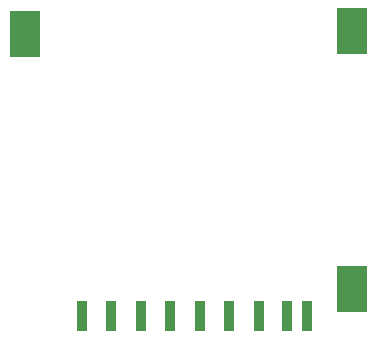
<source format=gbr>
G04 #@! TF.GenerationSoftware,KiCad,Pcbnew,(5.0.2-5)-5*
G04 #@! TF.CreationDate,2019-04-21T12:33:13+02:00*
G04 #@! TF.ProjectId,FPGAtom,46504741-746f-46d2-9e6b-696361645f70,rev?*
G04 #@! TF.SameCoordinates,Original*
G04 #@! TF.FileFunction,Paste,Top*
G04 #@! TF.FilePolarity,Positive*
%FSLAX46Y46*%
G04 Gerber Fmt 4.6, Leading zero omitted, Abs format (unit mm)*
G04 Created by KiCad (PCBNEW (5.0.2-5)-5) date Sunday, 21 April 2019 at 12:33:13*
%MOMM*%
%LPD*%
G01*
G04 APERTURE LIST*
%ADD10R,2.649220X4.000500*%
%ADD11R,2.640000X4.000000*%
%ADD12R,0.899160X2.499360*%
G04 APERTURE END LIST*
D10*
G04 #@! TO.C,J9*
X257864610Y-84074000D03*
X285550610Y-83820000D03*
D11*
X285550610Y-105664000D03*
D12*
X281811730Y-107950000D03*
X280120090Y-107950000D03*
X277691850Y-107950000D03*
X275189950Y-107950000D03*
X272690590Y-107950000D03*
X270191230Y-107950000D03*
X267691870Y-107950000D03*
X265189970Y-107950000D03*
X262690610Y-107950000D03*
G04 #@! TD*
M02*

</source>
